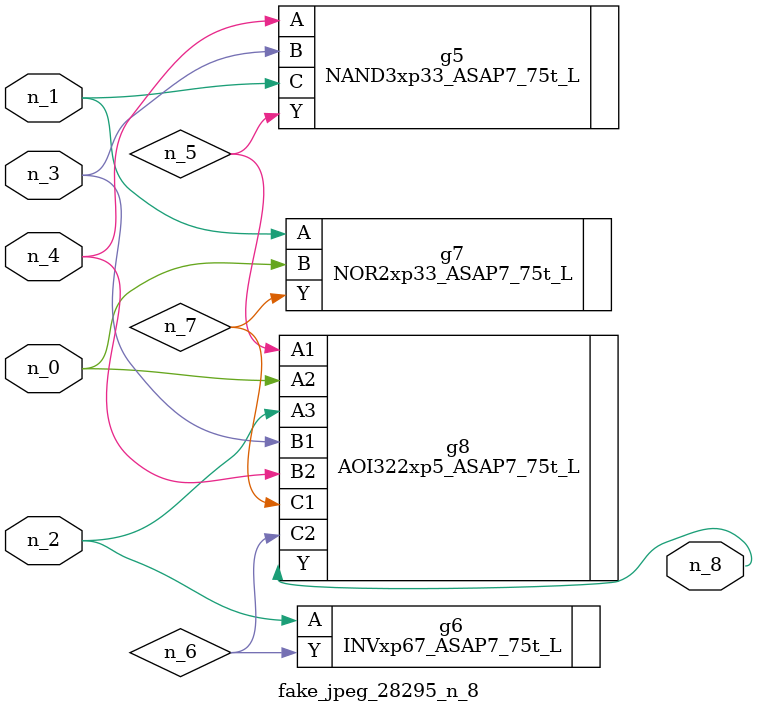
<source format=v>
module fake_jpeg_28295_n_8 (n_3, n_2, n_1, n_0, n_4, n_8);

input n_3;
input n_2;
input n_1;
input n_0;
input n_4;

output n_8;

wire n_6;
wire n_5;
wire n_7;

NAND3xp33_ASAP7_75t_L g5 ( 
.A(n_4),
.B(n_3),
.C(n_1),
.Y(n_5)
);

INVxp67_ASAP7_75t_L g6 ( 
.A(n_2),
.Y(n_6)
);

NOR2xp33_ASAP7_75t_L g7 ( 
.A(n_1),
.B(n_0),
.Y(n_7)
);

AOI322xp5_ASAP7_75t_L g8 ( 
.A1(n_5),
.A2(n_0),
.A3(n_2),
.B1(n_3),
.B2(n_4),
.C1(n_7),
.C2(n_6),
.Y(n_8)
);


endmodule
</source>
